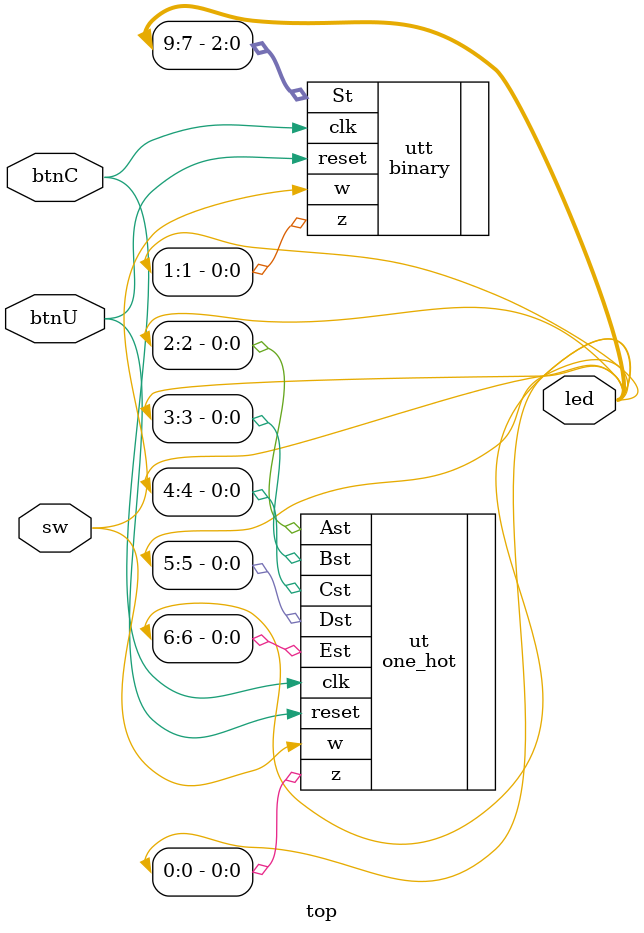
<source format=v>
module top(
    input [0:0] sw, // w
    output [9:0] led, // see IO table
    input btnC, // clk
    input btnU // reset
);

    binary utt(
    
    .w(sw[0]),
    .clk(btnC),
    .reset(btnU),
    .z(led[1]),
    .St(led[9:7])
  
    );
    
    one_hot ut(
    
    .w(sw[0]),
    .clk(btnC),
    .reset(btnU),
    .z(led[0]),
    .Ast(led[2]),
    .Bst(led[3]),
    .Cst(led[4]),
    .Dst(led[5]),
    .Est(led[6])
    
    );
    
    
    
    
    
    
    
    

endmodule
</source>
